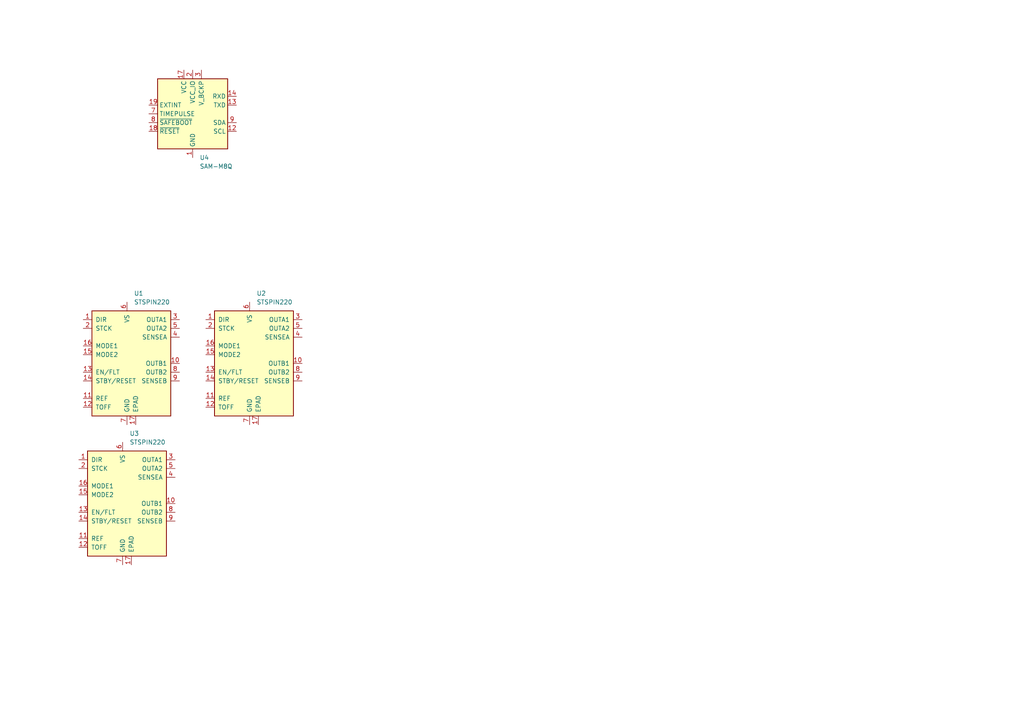
<source format=kicad_sch>
(kicad_sch (version 20211123) (generator eeschema)
  (paper "A4")
  (lib_symbols
    (symbol "Driver_Motor:STSPIN220" (pin_names (offset 1.016))
      (property "Reference" "U" (at -10.16 16.51 0))
      (property "Value" "STSPIN220" (at 5.08 16.51 0))
      (symbol "STSPIN220_0_1"
        (rectangle (start -10.16 15.24) (end 12.7 -15.24) (stroke (width 0.254)) (fill (type background)))
      )
      (symbol "STSPIN220_1_1"
        (pin input line (at -12.7 12.7 0) (length 2.54) (name "DIR") (number "1"))
        (pin power_out line (at 15.24 0 180) (length 2.54) (name "OUTB1") (number "10"))
        (pin input line (at -12.7 -10.16 0) (length 2.54) (name "REF") (number "11"))
        (pin input line (at -12.7 -12.7 0) (length 2.54) (name "TOFF") (number "12"))
        (pin bidirectional line (at -12.7 -2.54 0) (length 2.54) (name "EN/FLT") (number "13"))
        (pin input line (at -12.7 -5.08 0) (length 2.54) (name "STBY/RESET") (number "14"))
        (pin input line (at -12.7 2.54 0) (length 2.54) (name "MODE2") (number "15"))
        (pin input line (at -12.7 5.08 0) (length 2.54) (name "MODE1") (number "16"))
        (pin power_in line (at 2.54 -17.78 90) (length 2.54) (name "EPAD") (number "17"))
        (pin input line (at -12.7 10.16 0) (length 2.54) (name "STCK") (number "2"))
        (pin power_out line (at 15.24 12.7 180) (length 2.54) (name "OUTA1") (number "3"))
        (pin power_out line (at 15.24 7.62 180) (length 2.54) (name "SENSEA") (number "4"))
        (pin power_out line (at 15.24 10.16 180) (length 2.54) (name "OUTA2") (number "5"))
        (pin power_in line (at 0 17.78 270) (length 2.54) (name "VS") (number "6"))
        (pin power_in line (at 0 -17.78 90) (length 2.54) (name "GND") (number "7"))
        (pin power_out line (at 15.24 -2.54 180) (length 2.54) (name "OUTB2") (number "8"))
        (pin power_out line (at 15.24 -5.08 180) (length 2.54) (name "SENSEB") (number "9"))
      )
    )
    (symbol "RF_GPS:SAM-M8Q"
      (property "Reference" "U" (at -8.89 11.43 0))
      (property "Value" "SAM-M8Q" (at 8.89 11.43 0))
      (symbol "SAM-M8Q_0_1"
        (rectangle (start -10.16 10.16) (end 10.16 -10.16) (stroke (width 0.254)) (fill (type background)))
      )
      (symbol "SAM-M8Q_1_1"
        (pin power_in line (at 0 -12.7 90) (length 2.54) (name "GND") (number "1"))
        (pin passive line (at 0 -12.7 90) (length 2.54) hide (name "GND") (number "10"))
        (pin passive line (at 0 -12.7 90) (length 2.54) hide (name "GND") (number "11"))
        (pin input line (at 12.7 -5.08 180) (length 2.54) (name "SCL") (number "12"))
        (pin output line (at 12.7 2.54 180) (length 2.54) (name "TXD") (number "13"))
        (pin input line (at 12.7 5.08 180) (length 2.54) (name "RXD") (number "14"))
        (pin passive line (at 0 -12.7 90) (length 2.54) hide (name "GND") (number "15"))
        (pin passive line (at 0 -12.7 90) (length 2.54) hide (name "GND") (number "16"))
        (pin power_in line (at -2.54 12.7 270) (length 2.54) (name "VCC") (number "17"))
        (pin input line (at -12.7 -5.08 0) (length 2.54) (name "~{RESET}") (number "18"))
        (pin input line (at -12.7 2.54 0) (length 2.54) (name "EXTINT") (number "19"))
        (pin power_in line (at 0 12.7 270) (length 2.54) (name "VCC_IO") (number "2"))
        (pin passive line (at 0 -12.7 90) (length 2.54) hide (name "GND") (number "20"))
        (pin power_in line (at 2.54 12.7 270) (length 2.54) (name "V_BCKP") (number "3"))
        (pin passive line (at 0 -12.7 90) (length 2.54) hide (name "GND") (number "4"))
        (pin passive line (at 0 -12.7 90) (length 2.54) hide (name "GND") (number "5"))
        (pin passive line (at 0 -12.7 90) (length 2.54) hide (name "GND") (number "6"))
        (pin output line (at -12.7 0 0) (length 2.54) (name "TIMEPULSE") (number "7"))
        (pin input line (at -12.7 -2.54 0) (length 2.54) (name "~{SAFEBOOT}") (number "8"))
        (pin bidirectional line (at 12.7 -2.54 180) (length 2.54) (name "SDA") (number "9"))
      )
    )
  )
  (symbol (lib_id "RF_GPS:SAM-M8Q") (at 55.88 33.02 0) (unit 1)
    (property "Reference" "U4" (at 57.8994 45.72 0) (effects (justify left)))
    (property "Value" "SAM-M8Q" (at 57.8994 48.26 0) (effects (justify left)))
    (property "Footprint" "RF_GPS:ublox_SAM-M8Q" (effects hide))
    (property "Datasheet" "https://www.u-blox.com/sites/default/files/SAM-M8Q_DataSheet_%28UBX-16012619%29.pdf" (effects hide))
  )
  (symbol (lib_id "Driver_Motor:STSPIN220") (at 72.39 105.41 0) (unit 1)
    (property "Reference" "U2" (at 74.4094 85.09 0) (effects (justify left)))
    (property "Value" "STSPIN220" (at 74.4094 87.63 0) (effects (justify left)))
    (property "Footprint" "Package_DFN_QFN:VQFN-16-1EP_3x3mm_P0.5mm_EP1.8x1.8mm" (effects hide))
    (property "Datasheet" "www.st.com/resource/en/datasheet/stspin220.pdf" (effects hide))
  )
  (symbol (lib_id "Driver_Motor:STSPIN220") (at 36.83 105.41 0) (unit 1)
    (property "Reference" "U1" (at 38.8494 85.09 0) (effects (justify left)))
    (property "Value" "STSPIN220" (at 38.8494 87.63 0) (effects (justify left)))
    (property "Footprint" "Package_DFN_QFN:VQFN-16-1EP_3x3mm_P0.5mm_EP1.8x1.8mm" (effects hide))
    (property "Datasheet" "www.st.com/resource/en/datasheet/stspin220.pdf" (effects hide))
  )
  (symbol (lib_id "Driver_Motor:STSPIN220") (at 35.56 146.05 0) (unit 1)
    (property "Reference" "U3" (at 37.5794 125.73 0) (effects (justify left)))
    (property "Value" "STSPIN220" (at 37.5794 128.27 0) (effects (justify left)))
    (property "Footprint" "Package_DFN_QFN:VQFN-16-1EP_3x3mm_P0.5mm_EP1.8x1.8mm" (effects hide))
    (property "Datasheet" "www.st.com/resource/en/datasheet/stspin220.pdf" (effects hide))
  )
)
</source>
